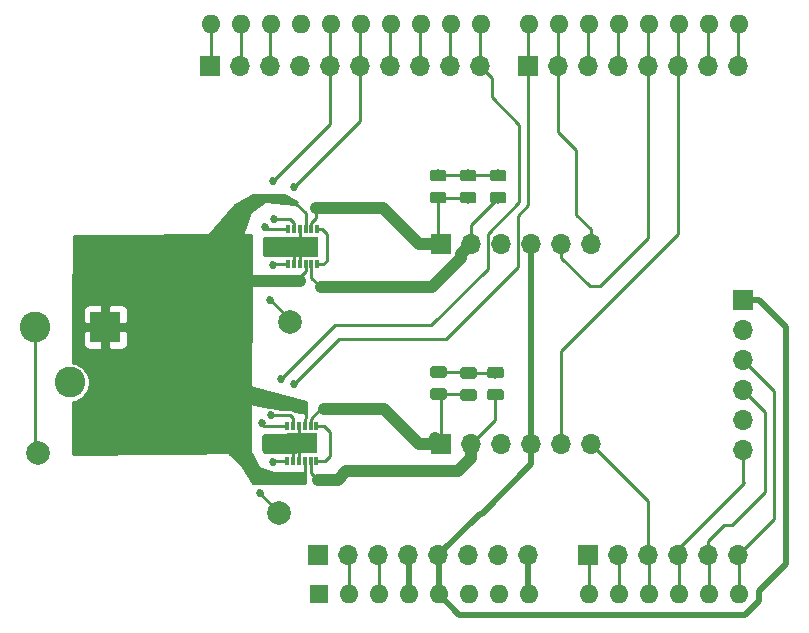
<source format=gtl>
G04 #@! TF.GenerationSoftware,KiCad,Pcbnew,(5.1.4-0-10_14)*
G04 #@! TF.CreationDate,2020-01-20T11:10:59-05:00*
G04 #@! TF.ProjectId,motor_controller,6d6f746f-725f-4636-9f6e-74726f6c6c65,rev?*
G04 #@! TF.SameCoordinates,Original*
G04 #@! TF.FileFunction,Copper,L1,Top*
G04 #@! TF.FilePolarity,Positive*
%FSLAX46Y46*%
G04 Gerber Fmt 4.6, Leading zero omitted, Abs format (unit mm)*
G04 Created by KiCad (PCBNEW (5.1.4-0-10_14)) date 2020-01-20 11:10:59*
%MOMM*%
%LPD*%
G04 APERTURE LIST*
%ADD10C,2.000000*%
%ADD11C,0.100000*%
%ADD12C,0.975000*%
%ADD13O,1.700000X1.700000*%
%ADD14R,1.700000X1.700000*%
%ADD15O,1.600000X1.600000*%
%ADD16R,1.600000X1.600000*%
%ADD17R,0.300000X0.650000*%
%ADD18R,2.500000X1.700000*%
%ADD19R,2.600000X2.600000*%
%ADD20C,2.600000*%
%ADD21C,0.508000*%
%ADD22C,0.685800*%
%ADD23C,0.254000*%
%ADD24C,0.508000*%
%ADD25C,1.016000*%
G04 APERTURE END LIST*
D10*
X125603000Y-99060000D03*
X136398000Y-88519000D03*
D11*
G36*
X145324742Y-97548374D02*
G01*
X145348403Y-97551884D01*
X145371607Y-97557696D01*
X145394129Y-97565754D01*
X145415753Y-97575982D01*
X145436270Y-97588279D01*
X145455483Y-97602529D01*
X145473207Y-97618593D01*
X145489271Y-97636317D01*
X145503521Y-97655530D01*
X145515818Y-97676047D01*
X145526046Y-97697671D01*
X145534104Y-97720193D01*
X145539916Y-97743397D01*
X145543426Y-97767058D01*
X145544600Y-97790950D01*
X145544600Y-98703450D01*
X145543426Y-98727342D01*
X145539916Y-98751003D01*
X145534104Y-98774207D01*
X145526046Y-98796729D01*
X145515818Y-98818353D01*
X145503521Y-98838870D01*
X145489271Y-98858083D01*
X145473207Y-98875807D01*
X145455483Y-98891871D01*
X145436270Y-98906121D01*
X145415753Y-98918418D01*
X145394129Y-98928646D01*
X145371607Y-98936704D01*
X145348403Y-98942516D01*
X145324742Y-98946026D01*
X145300850Y-98947200D01*
X144813350Y-98947200D01*
X144789458Y-98946026D01*
X144765797Y-98942516D01*
X144742593Y-98936704D01*
X144720071Y-98928646D01*
X144698447Y-98918418D01*
X144677930Y-98906121D01*
X144658717Y-98891871D01*
X144640993Y-98875807D01*
X144624929Y-98858083D01*
X144610679Y-98838870D01*
X144598382Y-98818353D01*
X144588154Y-98796729D01*
X144580096Y-98774207D01*
X144574284Y-98751003D01*
X144570774Y-98727342D01*
X144569600Y-98703450D01*
X144569600Y-97790950D01*
X144570774Y-97767058D01*
X144574284Y-97743397D01*
X144580096Y-97720193D01*
X144588154Y-97697671D01*
X144598382Y-97676047D01*
X144610679Y-97655530D01*
X144624929Y-97636317D01*
X144640993Y-97618593D01*
X144658717Y-97602529D01*
X144677930Y-97588279D01*
X144698447Y-97575982D01*
X144720071Y-97565754D01*
X144742593Y-97557696D01*
X144765797Y-97551884D01*
X144789458Y-97548374D01*
X144813350Y-97547200D01*
X145300850Y-97547200D01*
X145324742Y-97548374D01*
X145324742Y-97548374D01*
G37*
D12*
X145057100Y-98247200D03*
D11*
G36*
X143449742Y-97548374D02*
G01*
X143473403Y-97551884D01*
X143496607Y-97557696D01*
X143519129Y-97565754D01*
X143540753Y-97575982D01*
X143561270Y-97588279D01*
X143580483Y-97602529D01*
X143598207Y-97618593D01*
X143614271Y-97636317D01*
X143628521Y-97655530D01*
X143640818Y-97676047D01*
X143651046Y-97697671D01*
X143659104Y-97720193D01*
X143664916Y-97743397D01*
X143668426Y-97767058D01*
X143669600Y-97790950D01*
X143669600Y-98703450D01*
X143668426Y-98727342D01*
X143664916Y-98751003D01*
X143659104Y-98774207D01*
X143651046Y-98796729D01*
X143640818Y-98818353D01*
X143628521Y-98838870D01*
X143614271Y-98858083D01*
X143598207Y-98875807D01*
X143580483Y-98891871D01*
X143561270Y-98906121D01*
X143540753Y-98918418D01*
X143519129Y-98928646D01*
X143496607Y-98936704D01*
X143473403Y-98942516D01*
X143449742Y-98946026D01*
X143425850Y-98947200D01*
X142938350Y-98947200D01*
X142914458Y-98946026D01*
X142890797Y-98942516D01*
X142867593Y-98936704D01*
X142845071Y-98928646D01*
X142823447Y-98918418D01*
X142802930Y-98906121D01*
X142783717Y-98891871D01*
X142765993Y-98875807D01*
X142749929Y-98858083D01*
X142735679Y-98838870D01*
X142723382Y-98818353D01*
X142713154Y-98796729D01*
X142705096Y-98774207D01*
X142699284Y-98751003D01*
X142695774Y-98727342D01*
X142694600Y-98703450D01*
X142694600Y-97790950D01*
X142695774Y-97767058D01*
X142699284Y-97743397D01*
X142705096Y-97720193D01*
X142713154Y-97697671D01*
X142723382Y-97676047D01*
X142735679Y-97655530D01*
X142749929Y-97636317D01*
X142765993Y-97618593D01*
X142783717Y-97602529D01*
X142802930Y-97588279D01*
X142823447Y-97575982D01*
X142845071Y-97565754D01*
X142867593Y-97557696D01*
X142890797Y-97551884D01*
X142914458Y-97548374D01*
X142938350Y-97547200D01*
X143425850Y-97547200D01*
X143449742Y-97548374D01*
X143449742Y-97548374D01*
G37*
D12*
X143182100Y-98247200D03*
D13*
X172440600Y-81330800D03*
X169900600Y-81330800D03*
X167360600Y-81330800D03*
X164820600Y-81330800D03*
X162280600Y-81330800D03*
D14*
X159740600Y-81330800D03*
D11*
G36*
X162506742Y-75080974D02*
G01*
X162530403Y-75084484D01*
X162553607Y-75090296D01*
X162576129Y-75098354D01*
X162597753Y-75108582D01*
X162618270Y-75120879D01*
X162637483Y-75135129D01*
X162655207Y-75151193D01*
X162671271Y-75168917D01*
X162685521Y-75188130D01*
X162697818Y-75208647D01*
X162708046Y-75230271D01*
X162716104Y-75252793D01*
X162721916Y-75275997D01*
X162725426Y-75299658D01*
X162726600Y-75323550D01*
X162726600Y-75811050D01*
X162725426Y-75834942D01*
X162721916Y-75858603D01*
X162716104Y-75881807D01*
X162708046Y-75904329D01*
X162697818Y-75925953D01*
X162685521Y-75946470D01*
X162671271Y-75965683D01*
X162655207Y-75983407D01*
X162637483Y-75999471D01*
X162618270Y-76013721D01*
X162597753Y-76026018D01*
X162576129Y-76036246D01*
X162553607Y-76044304D01*
X162530403Y-76050116D01*
X162506742Y-76053626D01*
X162482850Y-76054800D01*
X161570350Y-76054800D01*
X161546458Y-76053626D01*
X161522797Y-76050116D01*
X161499593Y-76044304D01*
X161477071Y-76036246D01*
X161455447Y-76026018D01*
X161434930Y-76013721D01*
X161415717Y-75999471D01*
X161397993Y-75983407D01*
X161381929Y-75965683D01*
X161367679Y-75946470D01*
X161355382Y-75925953D01*
X161345154Y-75904329D01*
X161337096Y-75881807D01*
X161331284Y-75858603D01*
X161327774Y-75834942D01*
X161326600Y-75811050D01*
X161326600Y-75323550D01*
X161327774Y-75299658D01*
X161331284Y-75275997D01*
X161337096Y-75252793D01*
X161345154Y-75230271D01*
X161355382Y-75208647D01*
X161367679Y-75188130D01*
X161381929Y-75168917D01*
X161397993Y-75151193D01*
X161415717Y-75135129D01*
X161434930Y-75120879D01*
X161455447Y-75108582D01*
X161477071Y-75098354D01*
X161499593Y-75090296D01*
X161522797Y-75084484D01*
X161546458Y-75080974D01*
X161570350Y-75079800D01*
X162482850Y-75079800D01*
X162506742Y-75080974D01*
X162506742Y-75080974D01*
G37*
D12*
X162026600Y-75567300D03*
D11*
G36*
X162506742Y-76955974D02*
G01*
X162530403Y-76959484D01*
X162553607Y-76965296D01*
X162576129Y-76973354D01*
X162597753Y-76983582D01*
X162618270Y-76995879D01*
X162637483Y-77010129D01*
X162655207Y-77026193D01*
X162671271Y-77043917D01*
X162685521Y-77063130D01*
X162697818Y-77083647D01*
X162708046Y-77105271D01*
X162716104Y-77127793D01*
X162721916Y-77150997D01*
X162725426Y-77174658D01*
X162726600Y-77198550D01*
X162726600Y-77686050D01*
X162725426Y-77709942D01*
X162721916Y-77733603D01*
X162716104Y-77756807D01*
X162708046Y-77779329D01*
X162697818Y-77800953D01*
X162685521Y-77821470D01*
X162671271Y-77840683D01*
X162655207Y-77858407D01*
X162637483Y-77874471D01*
X162618270Y-77888721D01*
X162597753Y-77901018D01*
X162576129Y-77911246D01*
X162553607Y-77919304D01*
X162530403Y-77925116D01*
X162506742Y-77928626D01*
X162482850Y-77929800D01*
X161570350Y-77929800D01*
X161546458Y-77928626D01*
X161522797Y-77925116D01*
X161499593Y-77919304D01*
X161477071Y-77911246D01*
X161455447Y-77901018D01*
X161434930Y-77888721D01*
X161415717Y-77874471D01*
X161397993Y-77858407D01*
X161381929Y-77840683D01*
X161367679Y-77821470D01*
X161355382Y-77800953D01*
X161345154Y-77779329D01*
X161337096Y-77756807D01*
X161331284Y-77733603D01*
X161327774Y-77709942D01*
X161326600Y-77686050D01*
X161326600Y-77198550D01*
X161327774Y-77174658D01*
X161331284Y-77150997D01*
X161337096Y-77127793D01*
X161345154Y-77105271D01*
X161355382Y-77083647D01*
X161367679Y-77063130D01*
X161381929Y-77043917D01*
X161397993Y-77026193D01*
X161415717Y-77010129D01*
X161434930Y-76995879D01*
X161455447Y-76983582D01*
X161477071Y-76973354D01*
X161499593Y-76965296D01*
X161522797Y-76959484D01*
X161546458Y-76955974D01*
X161570350Y-76954800D01*
X162482850Y-76954800D01*
X162506742Y-76955974D01*
X162506742Y-76955974D01*
G37*
D12*
X162026600Y-77442300D03*
D11*
G36*
X165046742Y-75080974D02*
G01*
X165070403Y-75084484D01*
X165093607Y-75090296D01*
X165116129Y-75098354D01*
X165137753Y-75108582D01*
X165158270Y-75120879D01*
X165177483Y-75135129D01*
X165195207Y-75151193D01*
X165211271Y-75168917D01*
X165225521Y-75188130D01*
X165237818Y-75208647D01*
X165248046Y-75230271D01*
X165256104Y-75252793D01*
X165261916Y-75275997D01*
X165265426Y-75299658D01*
X165266600Y-75323550D01*
X165266600Y-75811050D01*
X165265426Y-75834942D01*
X165261916Y-75858603D01*
X165256104Y-75881807D01*
X165248046Y-75904329D01*
X165237818Y-75925953D01*
X165225521Y-75946470D01*
X165211271Y-75965683D01*
X165195207Y-75983407D01*
X165177483Y-75999471D01*
X165158270Y-76013721D01*
X165137753Y-76026018D01*
X165116129Y-76036246D01*
X165093607Y-76044304D01*
X165070403Y-76050116D01*
X165046742Y-76053626D01*
X165022850Y-76054800D01*
X164110350Y-76054800D01*
X164086458Y-76053626D01*
X164062797Y-76050116D01*
X164039593Y-76044304D01*
X164017071Y-76036246D01*
X163995447Y-76026018D01*
X163974930Y-76013721D01*
X163955717Y-75999471D01*
X163937993Y-75983407D01*
X163921929Y-75965683D01*
X163907679Y-75946470D01*
X163895382Y-75925953D01*
X163885154Y-75904329D01*
X163877096Y-75881807D01*
X163871284Y-75858603D01*
X163867774Y-75834942D01*
X163866600Y-75811050D01*
X163866600Y-75323550D01*
X163867774Y-75299658D01*
X163871284Y-75275997D01*
X163877096Y-75252793D01*
X163885154Y-75230271D01*
X163895382Y-75208647D01*
X163907679Y-75188130D01*
X163921929Y-75168917D01*
X163937993Y-75151193D01*
X163955717Y-75135129D01*
X163974930Y-75120879D01*
X163995447Y-75108582D01*
X164017071Y-75098354D01*
X164039593Y-75090296D01*
X164062797Y-75084484D01*
X164086458Y-75080974D01*
X164110350Y-75079800D01*
X165022850Y-75079800D01*
X165046742Y-75080974D01*
X165046742Y-75080974D01*
G37*
D12*
X164566600Y-75567300D03*
D11*
G36*
X165046742Y-76955974D02*
G01*
X165070403Y-76959484D01*
X165093607Y-76965296D01*
X165116129Y-76973354D01*
X165137753Y-76983582D01*
X165158270Y-76995879D01*
X165177483Y-77010129D01*
X165195207Y-77026193D01*
X165211271Y-77043917D01*
X165225521Y-77063130D01*
X165237818Y-77083647D01*
X165248046Y-77105271D01*
X165256104Y-77127793D01*
X165261916Y-77150997D01*
X165265426Y-77174658D01*
X165266600Y-77198550D01*
X165266600Y-77686050D01*
X165265426Y-77709942D01*
X165261916Y-77733603D01*
X165256104Y-77756807D01*
X165248046Y-77779329D01*
X165237818Y-77800953D01*
X165225521Y-77821470D01*
X165211271Y-77840683D01*
X165195207Y-77858407D01*
X165177483Y-77874471D01*
X165158270Y-77888721D01*
X165137753Y-77901018D01*
X165116129Y-77911246D01*
X165093607Y-77919304D01*
X165070403Y-77925116D01*
X165046742Y-77928626D01*
X165022850Y-77929800D01*
X164110350Y-77929800D01*
X164086458Y-77928626D01*
X164062797Y-77925116D01*
X164039593Y-77919304D01*
X164017071Y-77911246D01*
X163995447Y-77901018D01*
X163974930Y-77888721D01*
X163955717Y-77874471D01*
X163937993Y-77858407D01*
X163921929Y-77840683D01*
X163907679Y-77821470D01*
X163895382Y-77800953D01*
X163885154Y-77779329D01*
X163877096Y-77756807D01*
X163871284Y-77733603D01*
X163867774Y-77709942D01*
X163866600Y-77686050D01*
X163866600Y-77198550D01*
X163867774Y-77174658D01*
X163871284Y-77150997D01*
X163877096Y-77127793D01*
X163885154Y-77105271D01*
X163895382Y-77083647D01*
X163907679Y-77063130D01*
X163921929Y-77043917D01*
X163937993Y-77026193D01*
X163955717Y-77010129D01*
X163974930Y-76995879D01*
X163995447Y-76983582D01*
X164017071Y-76973354D01*
X164039593Y-76965296D01*
X164062797Y-76959484D01*
X164086458Y-76955974D01*
X164110350Y-76954800D01*
X165022850Y-76954800D01*
X165046742Y-76955974D01*
X165046742Y-76955974D01*
G37*
D12*
X164566600Y-77442300D03*
D14*
X159766000Y-98272600D03*
D13*
X162306000Y-98272600D03*
X164846000Y-98272600D03*
X167386000Y-98272600D03*
X169926000Y-98272600D03*
X172466000Y-98272600D03*
D15*
X140233001Y-62759001D03*
X142773001Y-62759001D03*
D16*
X149373001Y-111019001D03*
D15*
X179853001Y-62759001D03*
X151913001Y-111019001D03*
X177313001Y-62759001D03*
X154453001Y-111019001D03*
X174773001Y-62759001D03*
X156993001Y-111019001D03*
X172233001Y-62759001D03*
X159533001Y-111019001D03*
X169693001Y-62759001D03*
X162073001Y-111019001D03*
X167153001Y-62759001D03*
X164613001Y-111019001D03*
X163093001Y-62759001D03*
X167153001Y-111019001D03*
X160553001Y-62759001D03*
X172233001Y-111019001D03*
X158013001Y-62759001D03*
X174773001Y-111019001D03*
X155473001Y-62759001D03*
X177313001Y-111019001D03*
X152933001Y-62759001D03*
X179853001Y-111019001D03*
X150393001Y-62759001D03*
X182393001Y-111019001D03*
X147853001Y-62759001D03*
X184933001Y-111019001D03*
X145313001Y-62759001D03*
X184933001Y-62759001D03*
X182393001Y-62759001D03*
D11*
G36*
X143525942Y-80911374D02*
G01*
X143549603Y-80914884D01*
X143572807Y-80920696D01*
X143595329Y-80928754D01*
X143616953Y-80938982D01*
X143637470Y-80951279D01*
X143656683Y-80965529D01*
X143674407Y-80981593D01*
X143690471Y-80999317D01*
X143704721Y-81018530D01*
X143717018Y-81039047D01*
X143727246Y-81060671D01*
X143735304Y-81083193D01*
X143741116Y-81106397D01*
X143744626Y-81130058D01*
X143745800Y-81153950D01*
X143745800Y-82066450D01*
X143744626Y-82090342D01*
X143741116Y-82114003D01*
X143735304Y-82137207D01*
X143727246Y-82159729D01*
X143717018Y-82181353D01*
X143704721Y-82201870D01*
X143690471Y-82221083D01*
X143674407Y-82238807D01*
X143656683Y-82254871D01*
X143637470Y-82269121D01*
X143616953Y-82281418D01*
X143595329Y-82291646D01*
X143572807Y-82299704D01*
X143549603Y-82305516D01*
X143525942Y-82309026D01*
X143502050Y-82310200D01*
X143014550Y-82310200D01*
X142990658Y-82309026D01*
X142966997Y-82305516D01*
X142943793Y-82299704D01*
X142921271Y-82291646D01*
X142899647Y-82281418D01*
X142879130Y-82269121D01*
X142859917Y-82254871D01*
X142842193Y-82238807D01*
X142826129Y-82221083D01*
X142811879Y-82201870D01*
X142799582Y-82181353D01*
X142789354Y-82159729D01*
X142781296Y-82137207D01*
X142775484Y-82114003D01*
X142771974Y-82090342D01*
X142770800Y-82066450D01*
X142770800Y-81153950D01*
X142771974Y-81130058D01*
X142775484Y-81106397D01*
X142781296Y-81083193D01*
X142789354Y-81060671D01*
X142799582Y-81039047D01*
X142811879Y-81018530D01*
X142826129Y-80999317D01*
X142842193Y-80981593D01*
X142859917Y-80965529D01*
X142879130Y-80951279D01*
X142899647Y-80938982D01*
X142921271Y-80928754D01*
X142943793Y-80920696D01*
X142966997Y-80914884D01*
X142990658Y-80911374D01*
X143014550Y-80910200D01*
X143502050Y-80910200D01*
X143525942Y-80911374D01*
X143525942Y-80911374D01*
G37*
D12*
X143258300Y-81610200D03*
D11*
G36*
X145400942Y-80911374D02*
G01*
X145424603Y-80914884D01*
X145447807Y-80920696D01*
X145470329Y-80928754D01*
X145491953Y-80938982D01*
X145512470Y-80951279D01*
X145531683Y-80965529D01*
X145549407Y-80981593D01*
X145565471Y-80999317D01*
X145579721Y-81018530D01*
X145592018Y-81039047D01*
X145602246Y-81060671D01*
X145610304Y-81083193D01*
X145616116Y-81106397D01*
X145619626Y-81130058D01*
X145620800Y-81153950D01*
X145620800Y-82066450D01*
X145619626Y-82090342D01*
X145616116Y-82114003D01*
X145610304Y-82137207D01*
X145602246Y-82159729D01*
X145592018Y-82181353D01*
X145579721Y-82201870D01*
X145565471Y-82221083D01*
X145549407Y-82238807D01*
X145531683Y-82254871D01*
X145512470Y-82269121D01*
X145491953Y-82281418D01*
X145470329Y-82291646D01*
X145447807Y-82299704D01*
X145424603Y-82305516D01*
X145400942Y-82309026D01*
X145377050Y-82310200D01*
X144889550Y-82310200D01*
X144865658Y-82309026D01*
X144841997Y-82305516D01*
X144818793Y-82299704D01*
X144796271Y-82291646D01*
X144774647Y-82281418D01*
X144754130Y-82269121D01*
X144734917Y-82254871D01*
X144717193Y-82238807D01*
X144701129Y-82221083D01*
X144686879Y-82201870D01*
X144674582Y-82181353D01*
X144664354Y-82159729D01*
X144656296Y-82137207D01*
X144650484Y-82114003D01*
X144646974Y-82090342D01*
X144645800Y-82066450D01*
X144645800Y-81153950D01*
X144646974Y-81130058D01*
X144650484Y-81106397D01*
X144656296Y-81083193D01*
X144664354Y-81060671D01*
X144674582Y-81039047D01*
X144686879Y-81018530D01*
X144701129Y-80999317D01*
X144717193Y-80981593D01*
X144734917Y-80965529D01*
X144754130Y-80951279D01*
X144774647Y-80938982D01*
X144796271Y-80928754D01*
X144818793Y-80920696D01*
X144841997Y-80914884D01*
X144865658Y-80911374D01*
X144889550Y-80910200D01*
X145377050Y-80910200D01*
X145400942Y-80911374D01*
X145400942Y-80911374D01*
G37*
D12*
X145133300Y-81610200D03*
D11*
G36*
X162532142Y-93669174D02*
G01*
X162555803Y-93672684D01*
X162579007Y-93678496D01*
X162601529Y-93686554D01*
X162623153Y-93696782D01*
X162643670Y-93709079D01*
X162662883Y-93723329D01*
X162680607Y-93739393D01*
X162696671Y-93757117D01*
X162710921Y-93776330D01*
X162723218Y-93796847D01*
X162733446Y-93818471D01*
X162741504Y-93840993D01*
X162747316Y-93864197D01*
X162750826Y-93887858D01*
X162752000Y-93911750D01*
X162752000Y-94399250D01*
X162750826Y-94423142D01*
X162747316Y-94446803D01*
X162741504Y-94470007D01*
X162733446Y-94492529D01*
X162723218Y-94514153D01*
X162710921Y-94534670D01*
X162696671Y-94553883D01*
X162680607Y-94571607D01*
X162662883Y-94587671D01*
X162643670Y-94601921D01*
X162623153Y-94614218D01*
X162601529Y-94624446D01*
X162579007Y-94632504D01*
X162555803Y-94638316D01*
X162532142Y-94641826D01*
X162508250Y-94643000D01*
X161595750Y-94643000D01*
X161571858Y-94641826D01*
X161548197Y-94638316D01*
X161524993Y-94632504D01*
X161502471Y-94624446D01*
X161480847Y-94614218D01*
X161460330Y-94601921D01*
X161441117Y-94587671D01*
X161423393Y-94571607D01*
X161407329Y-94553883D01*
X161393079Y-94534670D01*
X161380782Y-94514153D01*
X161370554Y-94492529D01*
X161362496Y-94470007D01*
X161356684Y-94446803D01*
X161353174Y-94423142D01*
X161352000Y-94399250D01*
X161352000Y-93911750D01*
X161353174Y-93887858D01*
X161356684Y-93864197D01*
X161362496Y-93840993D01*
X161370554Y-93818471D01*
X161380782Y-93796847D01*
X161393079Y-93776330D01*
X161407329Y-93757117D01*
X161423393Y-93739393D01*
X161441117Y-93723329D01*
X161460330Y-93709079D01*
X161480847Y-93696782D01*
X161502471Y-93686554D01*
X161524993Y-93678496D01*
X161548197Y-93672684D01*
X161571858Y-93669174D01*
X161595750Y-93668000D01*
X162508250Y-93668000D01*
X162532142Y-93669174D01*
X162532142Y-93669174D01*
G37*
D12*
X162052000Y-94155500D03*
D11*
G36*
X162532142Y-91794174D02*
G01*
X162555803Y-91797684D01*
X162579007Y-91803496D01*
X162601529Y-91811554D01*
X162623153Y-91821782D01*
X162643670Y-91834079D01*
X162662883Y-91848329D01*
X162680607Y-91864393D01*
X162696671Y-91882117D01*
X162710921Y-91901330D01*
X162723218Y-91921847D01*
X162733446Y-91943471D01*
X162741504Y-91965993D01*
X162747316Y-91989197D01*
X162750826Y-92012858D01*
X162752000Y-92036750D01*
X162752000Y-92524250D01*
X162750826Y-92548142D01*
X162747316Y-92571803D01*
X162741504Y-92595007D01*
X162733446Y-92617529D01*
X162723218Y-92639153D01*
X162710921Y-92659670D01*
X162696671Y-92678883D01*
X162680607Y-92696607D01*
X162662883Y-92712671D01*
X162643670Y-92726921D01*
X162623153Y-92739218D01*
X162601529Y-92749446D01*
X162579007Y-92757504D01*
X162555803Y-92763316D01*
X162532142Y-92766826D01*
X162508250Y-92768000D01*
X161595750Y-92768000D01*
X161571858Y-92766826D01*
X161548197Y-92763316D01*
X161524993Y-92757504D01*
X161502471Y-92749446D01*
X161480847Y-92739218D01*
X161460330Y-92726921D01*
X161441117Y-92712671D01*
X161423393Y-92696607D01*
X161407329Y-92678883D01*
X161393079Y-92659670D01*
X161380782Y-92639153D01*
X161370554Y-92617529D01*
X161362496Y-92595007D01*
X161356684Y-92571803D01*
X161353174Y-92548142D01*
X161352000Y-92524250D01*
X161352000Y-92036750D01*
X161353174Y-92012858D01*
X161356684Y-91989197D01*
X161362496Y-91965993D01*
X161370554Y-91943471D01*
X161380782Y-91921847D01*
X161393079Y-91901330D01*
X161407329Y-91882117D01*
X161423393Y-91864393D01*
X161441117Y-91848329D01*
X161460330Y-91834079D01*
X161480847Y-91821782D01*
X161502471Y-91811554D01*
X161524993Y-91803496D01*
X161548197Y-91797684D01*
X161571858Y-91794174D01*
X161595750Y-91793000D01*
X162508250Y-91793000D01*
X162532142Y-91794174D01*
X162532142Y-91794174D01*
G37*
D12*
X162052000Y-92280500D03*
D14*
X149352000Y-107696000D03*
D13*
X151892000Y-107696000D03*
X154432000Y-107696000D03*
X156972000Y-107696000D03*
X159512000Y-107696000D03*
X162052000Y-107696000D03*
X164592000Y-107696000D03*
X167132000Y-107696000D03*
D14*
X172212000Y-107696000D03*
D13*
X174752000Y-107696000D03*
X177292000Y-107696000D03*
X179832000Y-107696000D03*
X182372000Y-107696000D03*
X184912000Y-107696000D03*
D14*
X140208000Y-66294000D03*
D13*
X142748000Y-66294000D03*
X145288000Y-66294000D03*
X147828000Y-66294000D03*
X150368000Y-66294000D03*
X152908000Y-66294000D03*
X155448000Y-66294000D03*
X157988000Y-66294000D03*
X160528000Y-66294000D03*
X163068000Y-66294000D03*
X184912000Y-66294000D03*
X182372000Y-66294000D03*
X179832000Y-66294000D03*
X177292000Y-66294000D03*
X174752000Y-66294000D03*
X172212000Y-66294000D03*
X169672000Y-66294000D03*
D14*
X167132000Y-66294000D03*
D11*
G36*
X164818142Y-93643774D02*
G01*
X164841803Y-93647284D01*
X164865007Y-93653096D01*
X164887529Y-93661154D01*
X164909153Y-93671382D01*
X164929670Y-93683679D01*
X164948883Y-93697929D01*
X164966607Y-93713993D01*
X164982671Y-93731717D01*
X164996921Y-93750930D01*
X165009218Y-93771447D01*
X165019446Y-93793071D01*
X165027504Y-93815593D01*
X165033316Y-93838797D01*
X165036826Y-93862458D01*
X165038000Y-93886350D01*
X165038000Y-94373850D01*
X165036826Y-94397742D01*
X165033316Y-94421403D01*
X165027504Y-94444607D01*
X165019446Y-94467129D01*
X165009218Y-94488753D01*
X164996921Y-94509270D01*
X164982671Y-94528483D01*
X164966607Y-94546207D01*
X164948883Y-94562271D01*
X164929670Y-94576521D01*
X164909153Y-94588818D01*
X164887529Y-94599046D01*
X164865007Y-94607104D01*
X164841803Y-94612916D01*
X164818142Y-94616426D01*
X164794250Y-94617600D01*
X163881750Y-94617600D01*
X163857858Y-94616426D01*
X163834197Y-94612916D01*
X163810993Y-94607104D01*
X163788471Y-94599046D01*
X163766847Y-94588818D01*
X163746330Y-94576521D01*
X163727117Y-94562271D01*
X163709393Y-94546207D01*
X163693329Y-94528483D01*
X163679079Y-94509270D01*
X163666782Y-94488753D01*
X163656554Y-94467129D01*
X163648496Y-94444607D01*
X163642684Y-94421403D01*
X163639174Y-94397742D01*
X163638000Y-94373850D01*
X163638000Y-93886350D01*
X163639174Y-93862458D01*
X163642684Y-93838797D01*
X163648496Y-93815593D01*
X163656554Y-93793071D01*
X163666782Y-93771447D01*
X163679079Y-93750930D01*
X163693329Y-93731717D01*
X163709393Y-93713993D01*
X163727117Y-93697929D01*
X163746330Y-93683679D01*
X163766847Y-93671382D01*
X163788471Y-93661154D01*
X163810993Y-93653096D01*
X163834197Y-93647284D01*
X163857858Y-93643774D01*
X163881750Y-93642600D01*
X164794250Y-93642600D01*
X164818142Y-93643774D01*
X164818142Y-93643774D01*
G37*
D12*
X164338000Y-94130100D03*
D11*
G36*
X164818142Y-91768774D02*
G01*
X164841803Y-91772284D01*
X164865007Y-91778096D01*
X164887529Y-91786154D01*
X164909153Y-91796382D01*
X164929670Y-91808679D01*
X164948883Y-91822929D01*
X164966607Y-91838993D01*
X164982671Y-91856717D01*
X164996921Y-91875930D01*
X165009218Y-91896447D01*
X165019446Y-91918071D01*
X165027504Y-91940593D01*
X165033316Y-91963797D01*
X165036826Y-91987458D01*
X165038000Y-92011350D01*
X165038000Y-92498850D01*
X165036826Y-92522742D01*
X165033316Y-92546403D01*
X165027504Y-92569607D01*
X165019446Y-92592129D01*
X165009218Y-92613753D01*
X164996921Y-92634270D01*
X164982671Y-92653483D01*
X164966607Y-92671207D01*
X164948883Y-92687271D01*
X164929670Y-92701521D01*
X164909153Y-92713818D01*
X164887529Y-92724046D01*
X164865007Y-92732104D01*
X164841803Y-92737916D01*
X164818142Y-92741426D01*
X164794250Y-92742600D01*
X163881750Y-92742600D01*
X163857858Y-92741426D01*
X163834197Y-92737916D01*
X163810993Y-92732104D01*
X163788471Y-92724046D01*
X163766847Y-92713818D01*
X163746330Y-92701521D01*
X163727117Y-92687271D01*
X163709393Y-92671207D01*
X163693329Y-92653483D01*
X163679079Y-92634270D01*
X163666782Y-92613753D01*
X163656554Y-92592129D01*
X163648496Y-92569607D01*
X163642684Y-92546403D01*
X163639174Y-92522742D01*
X163638000Y-92498850D01*
X163638000Y-92011350D01*
X163639174Y-91987458D01*
X163642684Y-91963797D01*
X163648496Y-91940593D01*
X163656554Y-91918071D01*
X163666782Y-91896447D01*
X163679079Y-91875930D01*
X163693329Y-91856717D01*
X163709393Y-91838993D01*
X163727117Y-91822929D01*
X163746330Y-91808679D01*
X163766847Y-91796382D01*
X163788471Y-91786154D01*
X163810993Y-91778096D01*
X163834197Y-91772284D01*
X163857858Y-91768774D01*
X163881750Y-91767600D01*
X164794250Y-91767600D01*
X164818142Y-91768774D01*
X164818142Y-91768774D01*
G37*
D12*
X164338000Y-92255100D03*
D14*
X185293000Y-86106000D03*
D13*
X185293000Y-88646000D03*
X185293000Y-91186000D03*
X185293000Y-93726000D03*
X185293000Y-96266000D03*
X185293000Y-98806000D03*
D17*
X149255800Y-80135200D03*
X148755800Y-80135200D03*
X148255800Y-80135200D03*
X147755800Y-80135200D03*
X147255800Y-80135200D03*
X147255800Y-83085200D03*
X147755800Y-83085200D03*
X148255800Y-83085200D03*
X148755800Y-83085200D03*
X149255800Y-83085200D03*
D18*
X148005800Y-81610200D03*
D17*
X146755800Y-80135200D03*
X146755800Y-83085200D03*
X146679600Y-99722200D03*
X146679600Y-96772200D03*
D18*
X147929600Y-98247200D03*
D17*
X149179600Y-99722200D03*
X148679600Y-99722200D03*
X148179600Y-99722200D03*
X147679600Y-99722200D03*
X147179600Y-99722200D03*
X147179600Y-96772200D03*
X147679600Y-96772200D03*
X148179600Y-96772200D03*
X148679600Y-96772200D03*
X149179600Y-96772200D03*
D11*
G36*
X159966742Y-76955974D02*
G01*
X159990403Y-76959484D01*
X160013607Y-76965296D01*
X160036129Y-76973354D01*
X160057753Y-76983582D01*
X160078270Y-76995879D01*
X160097483Y-77010129D01*
X160115207Y-77026193D01*
X160131271Y-77043917D01*
X160145521Y-77063130D01*
X160157818Y-77083647D01*
X160168046Y-77105271D01*
X160176104Y-77127793D01*
X160181916Y-77150997D01*
X160185426Y-77174658D01*
X160186600Y-77198550D01*
X160186600Y-77686050D01*
X160185426Y-77709942D01*
X160181916Y-77733603D01*
X160176104Y-77756807D01*
X160168046Y-77779329D01*
X160157818Y-77800953D01*
X160145521Y-77821470D01*
X160131271Y-77840683D01*
X160115207Y-77858407D01*
X160097483Y-77874471D01*
X160078270Y-77888721D01*
X160057753Y-77901018D01*
X160036129Y-77911246D01*
X160013607Y-77919304D01*
X159990403Y-77925116D01*
X159966742Y-77928626D01*
X159942850Y-77929800D01*
X159030350Y-77929800D01*
X159006458Y-77928626D01*
X158982797Y-77925116D01*
X158959593Y-77919304D01*
X158937071Y-77911246D01*
X158915447Y-77901018D01*
X158894930Y-77888721D01*
X158875717Y-77874471D01*
X158857993Y-77858407D01*
X158841929Y-77840683D01*
X158827679Y-77821470D01*
X158815382Y-77800953D01*
X158805154Y-77779329D01*
X158797096Y-77756807D01*
X158791284Y-77733603D01*
X158787774Y-77709942D01*
X158786600Y-77686050D01*
X158786600Y-77198550D01*
X158787774Y-77174658D01*
X158791284Y-77150997D01*
X158797096Y-77127793D01*
X158805154Y-77105271D01*
X158815382Y-77083647D01*
X158827679Y-77063130D01*
X158841929Y-77043917D01*
X158857993Y-77026193D01*
X158875717Y-77010129D01*
X158894930Y-76995879D01*
X158915447Y-76983582D01*
X158937071Y-76973354D01*
X158959593Y-76965296D01*
X158982797Y-76959484D01*
X159006458Y-76955974D01*
X159030350Y-76954800D01*
X159942850Y-76954800D01*
X159966742Y-76955974D01*
X159966742Y-76955974D01*
G37*
D12*
X159486600Y-77442300D03*
D11*
G36*
X159966742Y-75080974D02*
G01*
X159990403Y-75084484D01*
X160013607Y-75090296D01*
X160036129Y-75098354D01*
X160057753Y-75108582D01*
X160078270Y-75120879D01*
X160097483Y-75135129D01*
X160115207Y-75151193D01*
X160131271Y-75168917D01*
X160145521Y-75188130D01*
X160157818Y-75208647D01*
X160168046Y-75230271D01*
X160176104Y-75252793D01*
X160181916Y-75275997D01*
X160185426Y-75299658D01*
X160186600Y-75323550D01*
X160186600Y-75811050D01*
X160185426Y-75834942D01*
X160181916Y-75858603D01*
X160176104Y-75881807D01*
X160168046Y-75904329D01*
X160157818Y-75925953D01*
X160145521Y-75946470D01*
X160131271Y-75965683D01*
X160115207Y-75983407D01*
X160097483Y-75999471D01*
X160078270Y-76013721D01*
X160057753Y-76026018D01*
X160036129Y-76036246D01*
X160013607Y-76044304D01*
X159990403Y-76050116D01*
X159966742Y-76053626D01*
X159942850Y-76054800D01*
X159030350Y-76054800D01*
X159006458Y-76053626D01*
X158982797Y-76050116D01*
X158959593Y-76044304D01*
X158937071Y-76036246D01*
X158915447Y-76026018D01*
X158894930Y-76013721D01*
X158875717Y-75999471D01*
X158857993Y-75983407D01*
X158841929Y-75965683D01*
X158827679Y-75946470D01*
X158815382Y-75925953D01*
X158805154Y-75904329D01*
X158797096Y-75881807D01*
X158791284Y-75858603D01*
X158787774Y-75834942D01*
X158786600Y-75811050D01*
X158786600Y-75323550D01*
X158787774Y-75299658D01*
X158791284Y-75275997D01*
X158797096Y-75252793D01*
X158805154Y-75230271D01*
X158815382Y-75208647D01*
X158827679Y-75188130D01*
X158841929Y-75168917D01*
X158857993Y-75151193D01*
X158875717Y-75135129D01*
X158894930Y-75120879D01*
X158915447Y-75108582D01*
X158937071Y-75098354D01*
X158959593Y-75090296D01*
X158982797Y-75084484D01*
X159006458Y-75080974D01*
X159030350Y-75079800D01*
X159942850Y-75079800D01*
X159966742Y-75080974D01*
X159966742Y-75080974D01*
G37*
D12*
X159486600Y-75567300D03*
D11*
G36*
X159992142Y-91715674D02*
G01*
X160015803Y-91719184D01*
X160039007Y-91724996D01*
X160061529Y-91733054D01*
X160083153Y-91743282D01*
X160103670Y-91755579D01*
X160122883Y-91769829D01*
X160140607Y-91785893D01*
X160156671Y-91803617D01*
X160170921Y-91822830D01*
X160183218Y-91843347D01*
X160193446Y-91864971D01*
X160201504Y-91887493D01*
X160207316Y-91910697D01*
X160210826Y-91934358D01*
X160212000Y-91958250D01*
X160212000Y-92445750D01*
X160210826Y-92469642D01*
X160207316Y-92493303D01*
X160201504Y-92516507D01*
X160193446Y-92539029D01*
X160183218Y-92560653D01*
X160170921Y-92581170D01*
X160156671Y-92600383D01*
X160140607Y-92618107D01*
X160122883Y-92634171D01*
X160103670Y-92648421D01*
X160083153Y-92660718D01*
X160061529Y-92670946D01*
X160039007Y-92679004D01*
X160015803Y-92684816D01*
X159992142Y-92688326D01*
X159968250Y-92689500D01*
X159055750Y-92689500D01*
X159031858Y-92688326D01*
X159008197Y-92684816D01*
X158984993Y-92679004D01*
X158962471Y-92670946D01*
X158940847Y-92660718D01*
X158920330Y-92648421D01*
X158901117Y-92634171D01*
X158883393Y-92618107D01*
X158867329Y-92600383D01*
X158853079Y-92581170D01*
X158840782Y-92560653D01*
X158830554Y-92539029D01*
X158822496Y-92516507D01*
X158816684Y-92493303D01*
X158813174Y-92469642D01*
X158812000Y-92445750D01*
X158812000Y-91958250D01*
X158813174Y-91934358D01*
X158816684Y-91910697D01*
X158822496Y-91887493D01*
X158830554Y-91864971D01*
X158840782Y-91843347D01*
X158853079Y-91822830D01*
X158867329Y-91803617D01*
X158883393Y-91785893D01*
X158901117Y-91769829D01*
X158920330Y-91755579D01*
X158940847Y-91743282D01*
X158962471Y-91733054D01*
X158984993Y-91724996D01*
X159008197Y-91719184D01*
X159031858Y-91715674D01*
X159055750Y-91714500D01*
X159968250Y-91714500D01*
X159992142Y-91715674D01*
X159992142Y-91715674D01*
G37*
D12*
X159512000Y-92202000D03*
D11*
G36*
X159992142Y-93590674D02*
G01*
X160015803Y-93594184D01*
X160039007Y-93599996D01*
X160061529Y-93608054D01*
X160083153Y-93618282D01*
X160103670Y-93630579D01*
X160122883Y-93644829D01*
X160140607Y-93660893D01*
X160156671Y-93678617D01*
X160170921Y-93697830D01*
X160183218Y-93718347D01*
X160193446Y-93739971D01*
X160201504Y-93762493D01*
X160207316Y-93785697D01*
X160210826Y-93809358D01*
X160212000Y-93833250D01*
X160212000Y-94320750D01*
X160210826Y-94344642D01*
X160207316Y-94368303D01*
X160201504Y-94391507D01*
X160193446Y-94414029D01*
X160183218Y-94435653D01*
X160170921Y-94456170D01*
X160156671Y-94475383D01*
X160140607Y-94493107D01*
X160122883Y-94509171D01*
X160103670Y-94523421D01*
X160083153Y-94535718D01*
X160061529Y-94545946D01*
X160039007Y-94554004D01*
X160015803Y-94559816D01*
X159992142Y-94563326D01*
X159968250Y-94564500D01*
X159055750Y-94564500D01*
X159031858Y-94563326D01*
X159008197Y-94559816D01*
X158984993Y-94554004D01*
X158962471Y-94545946D01*
X158940847Y-94535718D01*
X158920330Y-94523421D01*
X158901117Y-94509171D01*
X158883393Y-94493107D01*
X158867329Y-94475383D01*
X158853079Y-94456170D01*
X158840782Y-94435653D01*
X158830554Y-94414029D01*
X158822496Y-94391507D01*
X158816684Y-94368303D01*
X158813174Y-94344642D01*
X158812000Y-94320750D01*
X158812000Y-93833250D01*
X158813174Y-93809358D01*
X158816684Y-93785697D01*
X158822496Y-93762493D01*
X158830554Y-93739971D01*
X158840782Y-93718347D01*
X158853079Y-93697830D01*
X158867329Y-93678617D01*
X158883393Y-93660893D01*
X158901117Y-93644829D01*
X158920330Y-93630579D01*
X158940847Y-93618282D01*
X158962471Y-93608054D01*
X158984993Y-93599996D01*
X159008197Y-93594184D01*
X159031858Y-93590674D01*
X159055750Y-93589500D01*
X159968250Y-93589500D01*
X159992142Y-93590674D01*
X159992142Y-93590674D01*
G37*
D12*
X159512000Y-94077000D03*
D19*
X131318000Y-88392000D03*
D20*
X125318000Y-88392000D03*
X128318000Y-93092000D03*
D10*
X146939000Y-88011000D03*
X146050000Y-104140000D03*
D21*
X148259800Y-98602800D03*
X148285200Y-97790000D03*
X147701000Y-98602800D03*
X146989800Y-98602800D03*
X146989800Y-97815400D03*
X147675600Y-97815400D03*
X148869400Y-97790000D03*
X148869400Y-98602800D03*
X146380200Y-97815400D03*
X146380200Y-98602800D03*
X145796000Y-97840800D03*
X145770600Y-98602800D03*
X147701000Y-81178400D03*
X148285200Y-81965800D03*
X146405600Y-81178400D03*
X147015200Y-81178400D03*
X148894800Y-81153000D03*
X148894800Y-81965800D03*
X148310600Y-81153000D03*
X147726400Y-81965800D03*
X146405600Y-81965800D03*
X145796000Y-81965800D03*
X145821400Y-81203800D03*
X147015200Y-81965800D03*
D22*
X145338800Y-95859600D03*
X147320000Y-93218000D03*
X144551400Y-96545400D03*
X146177000Y-92837000D03*
X145592800Y-79222600D03*
X147320000Y-76581000D03*
X144856200Y-79933800D03*
X145542000Y-76073000D03*
X145542000Y-83185000D03*
X145288000Y-86106000D03*
X145542000Y-99822000D03*
X144399000Y-102489000D03*
D23*
X184933001Y-107717001D02*
X184912000Y-107696000D01*
X184933001Y-111019001D02*
X184933001Y-107717001D01*
X187960000Y-93853000D02*
X185293000Y-91186000D01*
X187960000Y-104648000D02*
X187960000Y-93853000D01*
X184912000Y-107696000D02*
X187960000Y-104648000D01*
X182393001Y-107717001D02*
X182372000Y-107696000D01*
X182393001Y-111019001D02*
X182393001Y-107717001D01*
X187198000Y-95631000D02*
X185293000Y-93726000D01*
X184404000Y-105156000D02*
X187198000Y-102362000D01*
X187198000Y-102362000D02*
X187198000Y-95631000D01*
X182372000Y-107696000D02*
X182372000Y-106493919D01*
X183709919Y-105156000D02*
X184404000Y-105156000D01*
X182372000Y-106493919D02*
X183709919Y-105156000D01*
X179832000Y-62780002D02*
X179853001Y-62759001D01*
X179832000Y-66294000D02*
X179832000Y-62780002D01*
X169926000Y-98272600D02*
X169926000Y-90424000D01*
X179832000Y-80518000D02*
X179832000Y-66294000D01*
X169926000Y-90424000D02*
X179832000Y-80518000D01*
X151913001Y-107717001D02*
X151892000Y-107696000D01*
X151913001Y-111019001D02*
X151913001Y-107717001D01*
X177292000Y-62780002D02*
X177313001Y-62759001D01*
X177292000Y-66294000D02*
X177292000Y-62780002D01*
X169900600Y-82532881D02*
X172330719Y-84963000D01*
X169900600Y-81330800D02*
X169900600Y-82532881D01*
X172330719Y-84963000D02*
X173228000Y-84963000D01*
X177292000Y-80899000D02*
X177292000Y-66294000D01*
X173228000Y-84963000D02*
X177292000Y-80899000D01*
X154453001Y-107717001D02*
X154432000Y-107696000D01*
X154453001Y-111019001D02*
X154453001Y-107717001D01*
X174752000Y-62780002D02*
X174773001Y-62759001D01*
X174752000Y-66294000D02*
X174752000Y-62780002D01*
D24*
X156993001Y-107717001D02*
X156972000Y-107696000D01*
X156993001Y-111019001D02*
X156993001Y-107717001D01*
D23*
X172212000Y-62780002D02*
X172233001Y-62759001D01*
X172212000Y-66294000D02*
X172212000Y-62780002D01*
D24*
X159533001Y-107717001D02*
X159512000Y-107696000D01*
X159533001Y-111019001D02*
X159533001Y-107717001D01*
X167360600Y-98247200D02*
X167386000Y-98272600D01*
X167360600Y-81330800D02*
X167360600Y-98247200D01*
X167386000Y-98272600D02*
X167386000Y-99999800D01*
X167386000Y-99999800D02*
X163195000Y-104190800D01*
X163017200Y-104190800D02*
X159512000Y-107696000D01*
X163195000Y-104190800D02*
X163017200Y-104190800D01*
X186651000Y-86106000D02*
X185293000Y-86106000D01*
X188976000Y-88431000D02*
X186651000Y-86106000D01*
X188976000Y-108458000D02*
X188976000Y-88431000D01*
X159533001Y-111019001D02*
X161290000Y-112776000D01*
X161290000Y-112776000D02*
X185487764Y-112776000D01*
X186690000Y-110744000D02*
X188976000Y-108458000D01*
X186690000Y-111573764D02*
X186690000Y-110744000D01*
X185487764Y-112776000D02*
X186690000Y-111573764D01*
D23*
X169672000Y-62780002D02*
X169693001Y-62759001D01*
X169672000Y-66294000D02*
X169672000Y-62780002D01*
X172440600Y-80128719D02*
X171196000Y-78884119D01*
X172440600Y-81330800D02*
X172440600Y-80128719D01*
X171196000Y-78884119D02*
X171196000Y-73406000D01*
X169672000Y-66294000D02*
X169672000Y-71882000D01*
X171196000Y-73406000D02*
X169672000Y-71882000D01*
X147255800Y-82360200D02*
X148005800Y-81610200D01*
X147255800Y-83085200D02*
X147255800Y-82360200D01*
X147755800Y-81860200D02*
X148005800Y-81610200D01*
X147755800Y-83085200D02*
X147755800Y-81860200D01*
X147755800Y-81360200D02*
X148005800Y-81610200D01*
X147755800Y-80135200D02*
X147755800Y-81360200D01*
X147679600Y-97997200D02*
X147929600Y-98247200D01*
X147679600Y-96772200D02*
X147679600Y-97997200D01*
X147179600Y-98997200D02*
X147929600Y-98247200D01*
X147179600Y-99722200D02*
X147179600Y-98997200D01*
X147679600Y-98497200D02*
X147929600Y-98247200D01*
X147679600Y-99722200D02*
X147679600Y-98497200D01*
X125318000Y-98775000D02*
X125603000Y-99060000D01*
X125318000Y-88392000D02*
X125318000Y-98775000D01*
X167132000Y-62780002D02*
X167153001Y-62759001D01*
X167132000Y-66294000D02*
X167132000Y-62780002D01*
X147179600Y-96772200D02*
X147179600Y-96074800D01*
X146964400Y-95859600D02*
X145338800Y-95859600D01*
X147179600Y-96074800D02*
X146964400Y-95859600D01*
X147320000Y-93218000D02*
X151130000Y-89408000D01*
X151130000Y-89408000D02*
X160147000Y-89408000D01*
X166231199Y-83323801D02*
X166231199Y-79005801D01*
X160147000Y-89408000D02*
X166231199Y-83323801D01*
X166231199Y-79005801D02*
X167132000Y-78105000D01*
X167132000Y-78105000D02*
X167132000Y-66294000D01*
X144778200Y-96772200D02*
X144551400Y-96545400D01*
X146679600Y-96772200D02*
X144778200Y-96772200D01*
X146177000Y-92837000D02*
X150749000Y-88265000D01*
X150749000Y-88265000D02*
X158877000Y-88265000D01*
X163691199Y-80494951D02*
X166370000Y-77816150D01*
X163691199Y-83450801D02*
X163691199Y-80494951D01*
X158877000Y-88265000D02*
X163691199Y-83450801D01*
X166370000Y-71267514D02*
X164063486Y-68961000D01*
X166370000Y-77816150D02*
X166370000Y-71267514D01*
X164063486Y-67289486D02*
X163068000Y-66294000D01*
X164063486Y-68961000D02*
X164063486Y-67289486D01*
X163068000Y-62784002D02*
X163093001Y-62759001D01*
X163068000Y-66294000D02*
X163068000Y-62784002D01*
D25*
X147751800Y-84480400D02*
X143129000Y-84480400D01*
D23*
X148179600Y-96193200D02*
X148259800Y-96113000D01*
X148179600Y-96772200D02*
X148179600Y-96193200D01*
X148259800Y-96113000D02*
X148259800Y-95631000D01*
X148179600Y-100301200D02*
X148209000Y-100330600D01*
X148179600Y-99722200D02*
X148179600Y-100301200D01*
X148209000Y-100330600D02*
X148209000Y-100863400D01*
X147751800Y-84168200D02*
X147751800Y-84480400D01*
X148255800Y-83664200D02*
X147751800Y-84168200D01*
X148255800Y-83085200D02*
X148255800Y-83664200D01*
X148255800Y-80135200D02*
X148255800Y-78786800D01*
X148255800Y-78786800D02*
X147447000Y-77978000D01*
X160528000Y-62784002D02*
X160553001Y-62759001D01*
X160528000Y-66294000D02*
X160528000Y-62784002D01*
X157988000Y-62784002D02*
X158013001Y-62759001D01*
X157988000Y-66294000D02*
X157988000Y-62784002D01*
X155448000Y-62784002D02*
X155473001Y-62759001D01*
X155448000Y-66294000D02*
X155448000Y-62784002D01*
X152908000Y-62784002D02*
X152933001Y-62759001D01*
X152908000Y-66294000D02*
X152908000Y-62784002D01*
X146922200Y-79222600D02*
X145592800Y-79222600D01*
X147255800Y-79556200D02*
X146922200Y-79222600D01*
X147255800Y-80135200D02*
X147255800Y-79556200D01*
X152908000Y-70993000D02*
X152908000Y-66294000D01*
X147320000Y-76581000D02*
X152908000Y-70993000D01*
X150368000Y-62784002D02*
X150393001Y-62759001D01*
X150368000Y-66294000D02*
X150368000Y-62784002D01*
X145057600Y-80135200D02*
X144856200Y-79933800D01*
X146755800Y-80135200D02*
X145057600Y-80135200D01*
X150368000Y-71247000D02*
X150368000Y-66294000D01*
X145542000Y-76073000D02*
X150368000Y-71247000D01*
X145288000Y-62784002D02*
X145313001Y-62759001D01*
X145288000Y-66294000D02*
X145288000Y-62784002D01*
X184912000Y-62780002D02*
X184933001Y-62759001D01*
X184912000Y-66294000D02*
X184912000Y-62780002D01*
X182372000Y-62780002D02*
X182393001Y-62759001D01*
X182372000Y-66294000D02*
X182372000Y-62780002D01*
D24*
X162001600Y-75542300D02*
X162026600Y-75567300D01*
D23*
X159486600Y-75567300D02*
X162026600Y-75567300D01*
X162026600Y-75567300D02*
X164566600Y-75567300D01*
D24*
X164313000Y-92230100D02*
X164338000Y-92255100D01*
D23*
X161973500Y-92202000D02*
X162052000Y-92280500D01*
X159512000Y-92202000D02*
X161973500Y-92202000D01*
X164312600Y-92280500D02*
X164338000Y-92255100D01*
X162052000Y-92280500D02*
X164312600Y-92280500D01*
X149731200Y-83085200D02*
X149255800Y-83085200D01*
X150037800Y-82778600D02*
X149731200Y-83085200D01*
X150037800Y-80513200D02*
X150037800Y-82778600D01*
X149659800Y-80135200D02*
X150037800Y-80513200D01*
X149255800Y-80135200D02*
X149659800Y-80135200D01*
X149583600Y-96772200D02*
X149610800Y-96799400D01*
X149179600Y-96772200D02*
X149583600Y-96772200D01*
X149610800Y-96799400D02*
X149860000Y-96799400D01*
X149860000Y-96799400D02*
X150317200Y-97256600D01*
X150317200Y-97256600D02*
X150317200Y-99339400D01*
X149934400Y-99722200D02*
X149179600Y-99722200D01*
X150317200Y-99339400D02*
X149934400Y-99722200D01*
X167132000Y-110998000D02*
X167153001Y-111019001D01*
D24*
X167132000Y-107696000D02*
X167132000Y-110998000D01*
X162001600Y-77467300D02*
X162026600Y-77442300D01*
D25*
X159486600Y-81076800D02*
X159740600Y-81330800D01*
D23*
X159486600Y-77467300D02*
X159486600Y-81076800D01*
D25*
X157874600Y-81330800D02*
X154852000Y-78308200D01*
X159740600Y-81330800D02*
X157874600Y-81330800D01*
X154852000Y-78308200D02*
X149123400Y-78308200D01*
D23*
X149123400Y-79188600D02*
X149123400Y-78308200D01*
X148755800Y-79556200D02*
X149123400Y-79188600D01*
X148755800Y-80135200D02*
X148755800Y-79556200D01*
X159486600Y-77442300D02*
X162026600Y-77442300D01*
D25*
X159258000Y-97764600D02*
X159766000Y-98272600D01*
X157900000Y-98272600D02*
X154928200Y-95300800D01*
X159766000Y-98272600D02*
X157900000Y-98272600D01*
X154928200Y-95300800D02*
X149809200Y-95300800D01*
D23*
X149809200Y-95300800D02*
X149758400Y-95351600D01*
X148679600Y-96193200D02*
X148679600Y-96772200D01*
X149521200Y-95351600D02*
X148679600Y-96193200D01*
X149758400Y-95351600D02*
X149521200Y-95351600D01*
X159766000Y-94331000D02*
X159512000Y-94077000D01*
X159766000Y-98272600D02*
X159766000Y-94331000D01*
X161973500Y-94077000D02*
X162052000Y-94155500D01*
X159512000Y-94077000D02*
X161973500Y-94077000D01*
D25*
X161430601Y-82529521D02*
X158920922Y-85039200D01*
X161430601Y-82180799D02*
X161430601Y-82529521D01*
X162280600Y-81330800D02*
X161430601Y-82180799D01*
X158920922Y-85039200D02*
X149580600Y-85039200D01*
D23*
X148755800Y-84214400D02*
X149580600Y-85039200D01*
X148755800Y-83085200D02*
X148755800Y-84214400D01*
X162280600Y-79728300D02*
X164566600Y-77442300D01*
X162280600Y-81330800D02*
X162280600Y-79728300D01*
X164338000Y-96240600D02*
X162306000Y-98272600D01*
X164338000Y-94130100D02*
X164338000Y-96240600D01*
X148679600Y-100301200D02*
X148717000Y-100338600D01*
X148679600Y-99722200D02*
X148679600Y-100301200D01*
X148717000Y-100338600D02*
X148717000Y-100431600D01*
D25*
X162306000Y-99474681D02*
X161171281Y-100609400D01*
X162306000Y-98272600D02*
X162306000Y-99474681D01*
X161171281Y-100609400D02*
X153720800Y-100609400D01*
X153720800Y-100609400D02*
X151714200Y-100609400D01*
X151714200Y-100609400D02*
X150977600Y-101346000D01*
X150977600Y-101346000D02*
X149301200Y-101346000D01*
D23*
X148717000Y-100761800D02*
X149301200Y-101346000D01*
X148717000Y-100338600D02*
X148717000Y-100761800D01*
X140208000Y-62784002D02*
X140233001Y-62759001D01*
X140233001Y-66268999D02*
X140208000Y-66294000D01*
X140233001Y-62759001D02*
X140233001Y-66268999D01*
X142748000Y-62784002D02*
X142773001Y-62759001D01*
X142773001Y-66268999D02*
X142748000Y-66294000D01*
X142773001Y-62759001D02*
X142773001Y-66268999D01*
X172233001Y-107717001D02*
X172212000Y-107696000D01*
X172233001Y-111019001D02*
X172233001Y-107717001D01*
X174773001Y-107717001D02*
X174752000Y-107696000D01*
X174773001Y-111019001D02*
X174773001Y-107717001D01*
X177313001Y-107717001D02*
X177292000Y-107696000D01*
X177313001Y-111019001D02*
X177313001Y-107717001D01*
X172466000Y-98272600D02*
X177292000Y-103098600D01*
X177292000Y-103098600D02*
X177292000Y-107696000D01*
X179853001Y-107717001D02*
X179832000Y-107696000D01*
X179853001Y-111019001D02*
X179853001Y-107717001D01*
X179832000Y-107188000D02*
X179832000Y-107696000D01*
X185420000Y-101600000D02*
X179832000Y-107188000D01*
X185293000Y-101473000D02*
X185293000Y-98806000D01*
X185420000Y-101600000D02*
X185293000Y-101473000D01*
X145641800Y-83085200D02*
X145542000Y-83185000D01*
X146755800Y-83085200D02*
X145641800Y-83085200D01*
X146939000Y-87757000D02*
X146939000Y-88011000D01*
X145288000Y-86106000D02*
X146939000Y-87757000D01*
X145641800Y-99722200D02*
X145542000Y-99822000D01*
X146679600Y-99722200D02*
X145641800Y-99722200D01*
X144399000Y-102489000D02*
X146050000Y-104140000D01*
G36*
X147421600Y-98958400D02*
G01*
X144703800Y-98958400D01*
X144703800Y-97536000D01*
X147421600Y-97536000D01*
X147421600Y-98958400D01*
X147421600Y-98958400D01*
G37*
X147421600Y-98958400D02*
X144703800Y-98958400D01*
X144703800Y-97536000D01*
X147421600Y-97536000D01*
X147421600Y-98958400D01*
G36*
X147497800Y-82321400D02*
G01*
X144780000Y-82321400D01*
X144780000Y-80899000D01*
X147497800Y-80899000D01*
X147497800Y-82321400D01*
X147497800Y-82321400D01*
G37*
X147497800Y-82321400D02*
X144780000Y-82321400D01*
X144780000Y-80899000D01*
X147497800Y-80899000D01*
X147497800Y-82321400D01*
G36*
X143586371Y-99010042D02*
G01*
X128587674Y-99109950D01*
X128593613Y-94751110D01*
X128808330Y-94708400D01*
X129114252Y-94581683D01*
X129389575Y-94397718D01*
X129623718Y-94163575D01*
X129807683Y-93888252D01*
X129934400Y-93582330D01*
X129999000Y-93257564D01*
X129999000Y-92926436D01*
X129934400Y-92601670D01*
X129807683Y-92295748D01*
X129623718Y-92020425D01*
X129389575Y-91786282D01*
X129114252Y-91602317D01*
X128808330Y-91475600D01*
X128598132Y-91433789D01*
X128600505Y-89692000D01*
X129379928Y-89692000D01*
X129392188Y-89816482D01*
X129428498Y-89936180D01*
X129487463Y-90046494D01*
X129566815Y-90143185D01*
X129663506Y-90222537D01*
X129773820Y-90281502D01*
X129893518Y-90317812D01*
X130018000Y-90330072D01*
X130905250Y-90327000D01*
X131064000Y-90168250D01*
X131064000Y-88646000D01*
X131572000Y-88646000D01*
X131572000Y-90168250D01*
X131730750Y-90327000D01*
X132618000Y-90330072D01*
X132742482Y-90317812D01*
X132862180Y-90281502D01*
X132972494Y-90222537D01*
X133069185Y-90143185D01*
X133148537Y-90046494D01*
X133207502Y-89936180D01*
X133243812Y-89816482D01*
X133256072Y-89692000D01*
X133253000Y-88804750D01*
X133094250Y-88646000D01*
X131572000Y-88646000D01*
X131064000Y-88646000D01*
X129541750Y-88646000D01*
X129383000Y-88804750D01*
X129379928Y-89692000D01*
X128600505Y-89692000D01*
X128604047Y-87092000D01*
X129379928Y-87092000D01*
X129383000Y-87979250D01*
X129541750Y-88138000D01*
X131064000Y-88138000D01*
X131064000Y-86615750D01*
X131572000Y-86615750D01*
X131572000Y-88138000D01*
X133094250Y-88138000D01*
X133253000Y-87979250D01*
X133256072Y-87092000D01*
X133243812Y-86967518D01*
X133207502Y-86847820D01*
X133148537Y-86737506D01*
X133069185Y-86640815D01*
X132972494Y-86561463D01*
X132862180Y-86502498D01*
X132742482Y-86466188D01*
X132618000Y-86453928D01*
X131730750Y-86457000D01*
X131572000Y-86615750D01*
X131064000Y-86615750D01*
X130905250Y-86457000D01*
X130018000Y-86453928D01*
X129893518Y-86466188D01*
X129773820Y-86502498D01*
X129663506Y-86561463D01*
X129566815Y-86640815D01*
X129487463Y-86737506D01*
X129428498Y-86847820D01*
X129392188Y-86967518D01*
X129379928Y-87092000D01*
X128604047Y-87092000D01*
X128612729Y-80719939D01*
X143611425Y-80570077D01*
X143586371Y-99010042D01*
X143586371Y-99010042D01*
G37*
X143586371Y-99010042D02*
X128587674Y-99109950D01*
X128593613Y-94751110D01*
X128808330Y-94708400D01*
X129114252Y-94581683D01*
X129389575Y-94397718D01*
X129623718Y-94163575D01*
X129807683Y-93888252D01*
X129934400Y-93582330D01*
X129999000Y-93257564D01*
X129999000Y-92926436D01*
X129934400Y-92601670D01*
X129807683Y-92295748D01*
X129623718Y-92020425D01*
X129389575Y-91786282D01*
X129114252Y-91602317D01*
X128808330Y-91475600D01*
X128598132Y-91433789D01*
X128600505Y-89692000D01*
X129379928Y-89692000D01*
X129392188Y-89816482D01*
X129428498Y-89936180D01*
X129487463Y-90046494D01*
X129566815Y-90143185D01*
X129663506Y-90222537D01*
X129773820Y-90281502D01*
X129893518Y-90317812D01*
X130018000Y-90330072D01*
X130905250Y-90327000D01*
X131064000Y-90168250D01*
X131064000Y-88646000D01*
X131572000Y-88646000D01*
X131572000Y-90168250D01*
X131730750Y-90327000D01*
X132618000Y-90330072D01*
X132742482Y-90317812D01*
X132862180Y-90281502D01*
X132972494Y-90222537D01*
X133069185Y-90143185D01*
X133148537Y-90046494D01*
X133207502Y-89936180D01*
X133243812Y-89816482D01*
X133256072Y-89692000D01*
X133253000Y-88804750D01*
X133094250Y-88646000D01*
X131572000Y-88646000D01*
X131064000Y-88646000D01*
X129541750Y-88646000D01*
X129383000Y-88804750D01*
X129379928Y-89692000D01*
X128600505Y-89692000D01*
X128604047Y-87092000D01*
X129379928Y-87092000D01*
X129383000Y-87979250D01*
X129541750Y-88138000D01*
X131064000Y-88138000D01*
X131064000Y-86615750D01*
X131572000Y-86615750D01*
X131572000Y-88138000D01*
X133094250Y-88138000D01*
X133253000Y-87979250D01*
X133256072Y-87092000D01*
X133243812Y-86967518D01*
X133207502Y-86847820D01*
X133148537Y-86737506D01*
X133069185Y-86640815D01*
X132972494Y-86561463D01*
X132862180Y-86502498D01*
X132742482Y-86466188D01*
X132618000Y-86453928D01*
X131730750Y-86457000D01*
X131572000Y-86615750D01*
X131064000Y-86615750D01*
X130905250Y-86457000D01*
X130018000Y-86453928D01*
X129893518Y-86466188D01*
X129773820Y-86502498D01*
X129663506Y-86561463D01*
X129566815Y-86640815D01*
X129487463Y-86737506D01*
X129428498Y-86847820D01*
X129392188Y-86967518D01*
X129379928Y-87092000D01*
X128604047Y-87092000D01*
X128612729Y-80719939D01*
X143611425Y-80570077D01*
X143586371Y-99010042D01*
G36*
X148275601Y-94776682D02*
G01*
X148305621Y-95707302D01*
X147364089Y-95540870D01*
X147341256Y-95518036D01*
X147325348Y-95498652D01*
X147247995Y-95435171D01*
X147159743Y-95387999D01*
X147063985Y-95358951D01*
X146989347Y-95351600D01*
X146989344Y-95351600D01*
X146964400Y-95349143D01*
X146939456Y-95351600D01*
X146293365Y-95351600D01*
X145733360Y-95252609D01*
X145681695Y-95218088D01*
X145549954Y-95163519D01*
X145410098Y-95135700D01*
X145267502Y-95135700D01*
X145175508Y-95153999D01*
X143534577Y-94863935D01*
X143523991Y-93498330D01*
X148275601Y-94776682D01*
X148275601Y-94776682D01*
G37*
X148275601Y-94776682D02*
X148305621Y-95707302D01*
X147364089Y-95540870D01*
X147341256Y-95518036D01*
X147325348Y-95498652D01*
X147247995Y-95435171D01*
X147159743Y-95387999D01*
X147063985Y-95358951D01*
X146989347Y-95351600D01*
X146989344Y-95351600D01*
X146964400Y-95349143D01*
X146939456Y-95351600D01*
X146293365Y-95351600D01*
X145733360Y-95252609D01*
X145681695Y-95218088D01*
X145549954Y-95163519D01*
X145410098Y-95135700D01*
X145267502Y-95135700D01*
X145175508Y-95153999D01*
X143534577Y-94863935D01*
X143523991Y-93498330D01*
X148275601Y-94776682D01*
G36*
X144207888Y-100257076D02*
G01*
X144220646Y-100278455D01*
X144237329Y-100296935D01*
X144257297Y-100311804D01*
X144284093Y-100323958D01*
X145554093Y-100730358D01*
X145578435Y-100735585D01*
X145591624Y-100736395D01*
X148207493Y-100760616D01*
X148197803Y-101574600D01*
X143795173Y-101574600D01*
X142753177Y-99956442D01*
X142734185Y-99933424D01*
X141794505Y-99034600D01*
X143632605Y-99034600D01*
X144207888Y-100257076D01*
X144207888Y-100257076D01*
G37*
X144207888Y-100257076D02*
X144220646Y-100278455D01*
X144237329Y-100296935D01*
X144257297Y-100311804D01*
X144284093Y-100323958D01*
X145554093Y-100730358D01*
X145578435Y-100735585D01*
X145591624Y-100736395D01*
X148207493Y-100760616D01*
X148197803Y-101574600D01*
X143795173Y-101574600D01*
X142753177Y-99956442D01*
X142734185Y-99933424D01*
X141794505Y-99034600D01*
X143632605Y-99034600D01*
X144207888Y-100257076D01*
G36*
X147553809Y-77846106D02*
G01*
X147296393Y-77974814D01*
X144920295Y-77724698D01*
X144895399Y-77724531D01*
X144870949Y-77729224D01*
X144847885Y-77738597D01*
X144834170Y-77746958D01*
X143564170Y-78635958D01*
X143545272Y-78652165D01*
X143529899Y-78671748D01*
X143515781Y-78702119D01*
X142908631Y-80645000D01*
X140104489Y-80645000D01*
X142322280Y-78077032D01*
X143798335Y-77216000D01*
X146398615Y-77216000D01*
X147553809Y-77846106D01*
X147553809Y-77846106D01*
G37*
X147553809Y-77846106D02*
X147296393Y-77974814D01*
X144920295Y-77724698D01*
X144895399Y-77724531D01*
X144870949Y-77729224D01*
X144847885Y-77738597D01*
X144834170Y-77746958D01*
X143564170Y-78635958D01*
X143545272Y-78652165D01*
X143529899Y-78671748D01*
X143515781Y-78702119D01*
X142908631Y-80645000D01*
X140104489Y-80645000D01*
X142322280Y-78077032D01*
X143798335Y-77216000D01*
X146398615Y-77216000D01*
X147553809Y-77846106D01*
M02*

</source>
